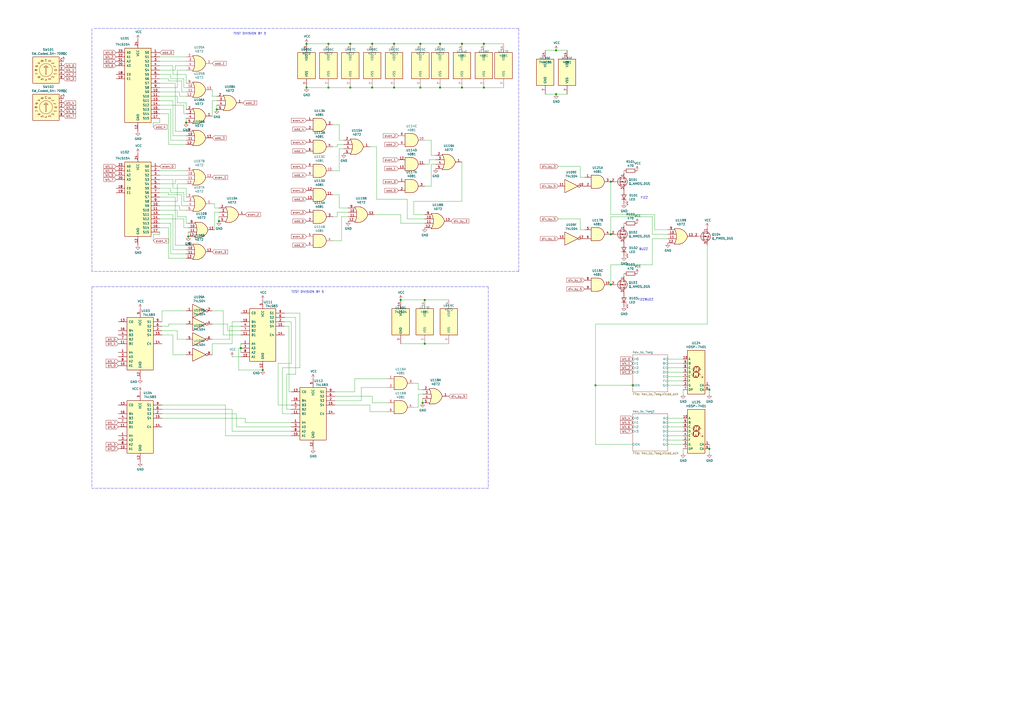
<source format=kicad_sch>
(kicad_sch (version 20210126) (generator eeschema)
  (paper "A2")
  (junction (at 107.95 71.12) (diameter 1.016))
  (junction (at 109.22 137.16) (diameter 1.016))
  (junction (at 125.73 63.5) (diameter 1.016))
  (junction (at 127 128.27) (diameter 1.016))
  (junction (at 139.7 201.93) (diameter 1.016))
  (junction (at 152.4 214.63) (diameter 1.016))
  (junction (at 177.8 25.4) (diameter 1.016))
  (junction (at 177.8 50.8) (diameter 1.016))
  (junction (at 190.5 25.4) (diameter 1.016))
  (junction (at 190.5 50.8) (diameter 1.016))
  (junction (at 203.2 25.4) (diameter 1.016))
  (junction (at 203.2 50.8) (diameter 1.016))
  (junction (at 215.9 25.4) (diameter 1.016))
  (junction (at 215.9 50.8) (diameter 1.016))
  (junction (at 228.6 25.4) (diameter 1.016))
  (junction (at 228.6 50.8) (diameter 1.016))
  (junction (at 232.41 173.99) (diameter 1.016))
  (junction (at 243.84 25.4) (diameter 1.016))
  (junction (at 243.84 50.8) (diameter 1.016))
  (junction (at 245.11 233.68) (diameter 1.016))
  (junction (at 246.38 173.99) (diameter 1.016))
  (junction (at 246.38 199.39) (diameter 1.016))
  (junction (at 255.27 25.4) (diameter 1.016))
  (junction (at 255.27 50.8) (diameter 1.016))
  (junction (at 267.97 25.4) (diameter 1.016))
  (junction (at 267.97 50.8) (diameter 1.016))
  (junction (at 280.67 25.4) (diameter 1.016))
  (junction (at 280.67 50.8) (diameter 1.016))
  (junction (at 322.58 29.21) (diameter 1.016))
  (junction (at 322.58 54.61) (diameter 1.016))
  (junction (at 345.44 223.52) (diameter 1.016))
  (junction (at 354.33 105.41) (diameter 1.016))
  (junction (at 354.33 135.89) (diameter 1.016))
  (junction (at 354.33 165.1) (diameter 1.016))
  (junction (at 367.03 223.52) (diameter 1.016))
  (junction (at 411.48 226.06) (diameter 1.016))
  (junction (at 411.48 260.35) (diameter 1.016))
  (wire (pts (xy 88.9 71.12) (xy 92.71 71.12)))
  (wire (pts (xy 88.9 73.66) (xy 88.9 71.12)))
  (wire (pts (xy 88.9 135.89) (xy 92.71 135.89)))
  (wire (pts (xy 88.9 139.7) (xy 88.9 135.89)))
  (wire (pts (xy 92.71 33.02) (xy 107.95 33.02)))
  (wire (pts (xy 92.71 35.56) (xy 107.95 35.56)))
  (wire (pts (xy 92.71 38.1) (xy 100.33 38.1)))
  (wire (pts (xy 92.71 40.64) (xy 101.6 40.64)))
  (wire (pts (xy 92.71 43.18) (xy 99.06 43.18)))
  (wire (pts (xy 92.71 45.72) (xy 97.79 45.72)))
  (wire (pts (xy 92.71 48.26) (xy 101.6 48.26)))
  (wire (pts (xy 92.71 50.8) (xy 102.87 50.8)))
  (wire (pts (xy 92.71 53.34) (xy 104.14 53.34)))
  (wire (pts (xy 92.71 55.88) (xy 102.87 55.88)))
  (wire (pts (xy 92.71 58.42) (xy 100.33 58.42)))
  (wire (pts (xy 92.71 60.96) (xy 106.68 60.96)))
  (wire (pts (xy 92.71 66.04) (xy 97.79 66.04)))
  (wire (pts (xy 92.71 71.12) (xy 92.71 68.58)))
  (wire (pts (xy 92.71 99.06) (xy 107.95 99.06)))
  (wire (pts (xy 92.71 101.6) (xy 107.95 101.6)))
  (wire (pts (xy 92.71 104.14) (xy 100.33 104.14)))
  (wire (pts (xy 92.71 106.68) (xy 101.6 106.68)))
  (wire (pts (xy 92.71 109.22) (xy 99.06 109.22)))
  (wire (pts (xy 92.71 111.76) (xy 97.79 111.76)))
  (wire (pts (xy 92.71 114.3) (xy 101.6 114.3)))
  (wire (pts (xy 92.71 116.84) (xy 102.87 116.84)))
  (wire (pts (xy 92.71 119.38) (xy 104.14 119.38)))
  (wire (pts (xy 92.71 121.92) (xy 102.87 121.92)))
  (wire (pts (xy 92.71 124.46) (xy 100.33 124.46)))
  (wire (pts (xy 92.71 127) (xy 106.68 127)))
  (wire (pts (xy 92.71 132.08) (xy 97.79 132.08)))
  (wire (pts (xy 92.71 135.89) (xy 92.71 134.62)))
  (wire (pts (xy 93.98 180.34) (xy 107.95 180.34)))
  (wire (pts (xy 93.98 186.69) (xy 93.98 180.34)))
  (wire (pts (xy 93.98 191.77) (xy 102.87 191.77)))
  (wire (pts (xy 93.98 194.31) (xy 100.33 194.31)))
  (wire (pts (xy 93.98 242.57) (xy 142.24 242.57)))
  (wire (pts (xy 97.79 45.72) (xy 97.79 46.99)))
  (wire (pts (xy 97.79 46.99) (xy 105.41 46.99)))
  (wire (pts (xy 97.79 66.04) (xy 97.79 83.82)))
  (wire (pts (xy 97.79 83.82) (xy 107.95 83.82)))
  (wire (pts (xy 97.79 111.76) (xy 97.79 113.03)))
  (wire (pts (xy 97.79 113.03) (xy 105.41 113.03)))
  (wire (pts (xy 97.79 132.08) (xy 97.79 149.86)))
  (wire (pts (xy 97.79 149.86) (xy 107.95 149.86)))
  (wire (pts (xy 97.79 187.96) (xy 97.79 189.23)))
  (wire (pts (xy 97.79 189.23) (xy 93.98 189.23)))
  (wire (pts (xy 99.06 43.18) (xy 99.06 45.72)))
  (wire (pts (xy 99.06 45.72) (xy 106.68 45.72)))
  (wire (pts (xy 99.06 63.5) (xy 92.71 63.5)))
  (wire (pts (xy 99.06 81.28) (xy 99.06 63.5)))
  (wire (pts (xy 99.06 109.22) (xy 99.06 111.76)))
  (wire (pts (xy 99.06 111.76) (xy 106.68 111.76)))
  (wire (pts (xy 99.06 129.54) (xy 92.71 129.54)))
  (wire (pts (xy 99.06 147.32) (xy 99.06 129.54)))
  (wire (pts (xy 100.33 38.1) (xy 100.33 43.18)))
  (wire (pts (xy 100.33 43.18) (xy 107.95 43.18)))
  (wire (pts (xy 100.33 58.42) (xy 100.33 78.74)))
  (wire (pts (xy 100.33 78.74) (xy 107.95 78.74)))
  (wire (pts (xy 100.33 104.14) (xy 100.33 109.22)))
  (wire (pts (xy 100.33 109.22) (xy 107.95 109.22)))
  (wire (pts (xy 100.33 124.46) (xy 100.33 144.78)))
  (wire (pts (xy 100.33 144.78) (xy 107.95 144.78)))
  (wire (pts (xy 100.33 194.31) (xy 100.33 205.74)))
  (wire (pts (xy 100.33 205.74) (xy 107.95 205.74)))
  (wire (pts (xy 101.6 38.1) (xy 107.95 38.1)))
  (wire (pts (xy 101.6 40.64) (xy 101.6 38.1)))
  (wire (pts (xy 101.6 76.2) (xy 101.6 48.26)))
  (wire (pts (xy 101.6 104.14) (xy 107.95 104.14)))
  (wire (pts (xy 101.6 106.68) (xy 101.6 104.14)))
  (wire (pts (xy 101.6 142.24) (xy 101.6 114.3)))
  (wire (pts (xy 102.87 40.64) (xy 107.95 40.64)))
  (wire (pts (xy 102.87 50.8) (xy 102.87 40.64)))
  (wire (pts (xy 102.87 55.88) (xy 102.87 59.69)))
  (wire (pts (xy 102.87 59.69) (xy 107.95 59.69)))
  (wire (pts (xy 102.87 106.68) (xy 107.95 106.68)))
  (wire (pts (xy 102.87 116.84) (xy 102.87 106.68)))
  (wire (pts (xy 102.87 121.92) (xy 102.87 125.73)))
  (wire (pts (xy 102.87 125.73) (xy 107.95 125.73)))
  (wire (pts (xy 102.87 191.77) (xy 102.87 196.85)))
  (wire (pts (xy 102.87 196.85) (xy 107.95 196.85)))
  (wire (pts (xy 104.14 53.34) (xy 104.14 55.88)))
  (wire (pts (xy 104.14 55.88) (xy 107.95 55.88)))
  (wire (pts (xy 104.14 119.38) (xy 104.14 121.92)))
  (wire (pts (xy 104.14 121.92) (xy 107.95 121.92)))
  (wire (pts (xy 105.41 46.99) (xy 105.41 53.34)))
  (wire (pts (xy 105.41 53.34) (xy 107.95 53.34)))
  (wire (pts (xy 105.41 113.03) (xy 105.41 119.38)))
  (wire (pts (xy 105.41 119.38) (xy 107.95 119.38)))
  (wire (pts (xy 106.68 45.72) (xy 106.68 50.8)))
  (wire (pts (xy 106.68 50.8) (xy 107.95 50.8)))
  (wire (pts (xy 106.68 60.96) (xy 106.68 66.04)))
  (wire (pts (xy 106.68 66.04) (xy 107.95 66.04)))
  (wire (pts (xy 106.68 111.76) (xy 106.68 116.84)))
  (wire (pts (xy 106.68 127) (xy 106.68 132.08)))
  (wire (pts (xy 106.68 132.08) (xy 109.22 132.08)))
  (wire (pts (xy 107.95 43.18) (xy 107.95 48.26)))
  (wire (pts (xy 107.95 59.69) (xy 107.95 63.5)))
  (wire (pts (xy 107.95 68.58) (xy 107.95 71.12)))
  (wire (pts (xy 107.95 76.2) (xy 101.6 76.2)))
  (wire (pts (xy 107.95 81.28) (xy 99.06 81.28)))
  (wire (pts (xy 107.95 109.22) (xy 107.95 114.3)))
  (wire (pts (xy 107.95 116.84) (xy 106.68 116.84)))
  (wire (pts (xy 107.95 125.73) (xy 107.95 129.54)))
  (wire (pts (xy 107.95 129.54) (xy 109.22 129.54)))
  (wire (pts (xy 107.95 142.24) (xy 101.6 142.24)))
  (wire (pts (xy 107.95 147.32) (xy 99.06 147.32)))
  (wire (pts (xy 107.95 187.96) (xy 97.79 187.96)))
  (wire (pts (xy 109.22 134.62) (xy 109.22 137.16)))
  (wire (pts (xy 123.19 55.88) (xy 123.19 52.07)))
  (wire (pts (xy 123.19 58.42) (xy 125.73 58.42)))
  (wire (pts (xy 123.19 67.31) (xy 123.19 58.42)))
  (wire (pts (xy 123.19 187.96) (xy 132.08 187.96)))
  (wire (pts (xy 123.19 199.39) (xy 123.19 205.74)))
  (wire (pts (xy 124.46 118.11) (xy 123.19 118.11)))
  (wire (pts (xy 124.46 120.65) (xy 124.46 118.11)))
  (wire (pts (xy 124.46 123.19) (xy 124.46 133.35)))
  (wire (pts (xy 125.73 55.88) (xy 123.19 55.88)))
  (wire (pts (xy 125.73 60.96) (xy 125.73 63.5)))
  (wire (pts (xy 127 120.65) (xy 124.46 120.65)))
  (wire (pts (xy 127 123.19) (xy 124.46 123.19)))
  (wire (pts (xy 127 125.73) (xy 127 128.27)))
  (wire (pts (xy 129.54 180.34) (xy 123.19 180.34)))
  (wire (pts (xy 129.54 194.31) (xy 129.54 180.34)))
  (wire (pts (xy 130.81 234.95) (xy 93.98 234.95)))
  (wire (pts (xy 130.81 252.73) (xy 130.81 234.95)))
  (wire (pts (xy 132.08 187.96) (xy 132.08 191.77)))
  (wire (pts (xy 132.08 191.77) (xy 139.7 191.77)))
  (wire (pts (xy 133.35 189.23) (xy 133.35 196.85)))
  (wire (pts (xy 133.35 196.85) (xy 123.19 196.85)))
  (wire (pts (xy 134.62 186.69) (xy 134.62 199.39)))
  (wire (pts (xy 134.62 199.39) (xy 123.19 199.39)))
  (wire (pts (xy 134.62 207.01) (xy 139.7 207.01)))
  (wire (pts (xy 134.62 237.49) (xy 93.98 237.49)))
  (wire (pts (xy 134.62 250.19) (xy 134.62 237.49)))
  (wire (pts (xy 137.16 240.03) (xy 93.98 240.03)))
  (wire (pts (xy 137.16 247.65) (xy 137.16 240.03)))
  (wire (pts (xy 138.43 201.93) (xy 139.7 201.93)))
  (wire (pts (xy 138.43 214.63) (xy 138.43 201.93)))
  (wire (pts (xy 139.7 186.69) (xy 134.62 186.69)))
  (wire (pts (xy 139.7 189.23) (xy 133.35 189.23)))
  (wire (pts (xy 139.7 194.31) (xy 129.54 194.31)))
  (wire (pts (xy 139.7 199.39) (xy 139.7 201.93)))
  (wire (pts (xy 139.7 201.93) (xy 139.7 204.47)))
  (wire (pts (xy 142.24 242.57) (xy 142.24 245.11)))
  (wire (pts (xy 142.24 245.11) (xy 168.91 245.11)))
  (wire (pts (xy 152.4 214.63) (xy 138.43 214.63)))
  (wire (pts (xy 161.29 210.82) (xy 168.91 210.82)))
  (wire (pts (xy 161.29 234.95) (xy 161.29 210.82)))
  (wire (pts (xy 163.83 213.36) (xy 173.99 213.36)))
  (wire (pts (xy 163.83 240.03) (xy 163.83 213.36)))
  (wire (pts (xy 165.1 184.15) (xy 171.45 184.15)))
  (wire (pts (xy 166.37 217.17) (xy 166.37 237.49)))
  (wire (pts (xy 166.37 237.49) (xy 168.91 237.49)))
  (wire (pts (xy 167.64 189.23) (xy 165.1 189.23)))
  (wire (pts (xy 167.64 227.33) (xy 167.64 189.23)))
  (wire (pts (xy 168.91 186.69) (xy 165.1 186.69)))
  (wire (pts (xy 168.91 210.82) (xy 168.91 186.69)))
  (wire (pts (xy 168.91 227.33) (xy 167.64 227.33)))
  (wire (pts (xy 168.91 234.95) (xy 161.29 234.95)))
  (wire (pts (xy 168.91 240.03) (xy 163.83 240.03)))
  (wire (pts (xy 168.91 247.65) (xy 137.16 247.65)))
  (wire (pts (xy 168.91 250.19) (xy 134.62 250.19)))
  (wire (pts (xy 168.91 252.73) (xy 130.81 252.73)))
  (wire (pts (xy 171.45 184.15) (xy 171.45 217.17)))
  (wire (pts (xy 171.45 217.17) (xy 166.37 217.17)))
  (wire (pts (xy 173.99 181.61) (xy 165.1 181.61)))
  (wire (pts (xy 173.99 213.36) (xy 173.99 181.61)))
  (wire (pts (xy 177.8 25.4) (xy 190.5 25.4)))
  (wire (pts (xy 177.8 50.8) (xy 190.5 50.8)))
  (wire (pts (xy 190.5 25.4) (xy 203.2 25.4)))
  (wire (pts (xy 190.5 50.8) (xy 203.2 50.8)))
  (wire (pts (xy 193.04 72.39) (xy 196.85 72.39)))
  (wire (pts (xy 193.04 85.09) (xy 195.58 85.09)))
  (wire (pts (xy 193.04 113.03) (xy 196.85 113.03)))
  (wire (pts (xy 194.31 227.33) (xy 205.74 227.33)))
  (wire (pts (xy 194.31 229.87) (xy 215.9 229.87)))
  (wire (pts (xy 194.31 232.41) (xy 209.55 232.41)))
  (wire (pts (xy 194.31 234.95) (xy 214.63 234.95)))
  (wire (pts (xy 195.58 83.82) (xy 195.58 85.09)))
  (wire (pts (xy 195.58 123.19) (xy 195.58 125.73)))
  (wire (pts (xy 195.58 125.73) (xy 193.04 125.73)))
  (wire (pts (xy 196.85 72.39) (xy 196.85 81.28)))
  (wire (pts (xy 196.85 81.28) (xy 199.39 81.28)))
  (wire (pts (xy 196.85 86.36) (xy 196.85 99.06)))
  (wire (pts (xy 196.85 99.06) (xy 193.04 99.06)))
  (wire (pts (xy 196.85 113.03) (xy 196.85 120.65)))
  (wire (pts (xy 196.85 120.65) (xy 201.93 120.65)))
  (wire (pts (xy 198.12 125.73) (xy 198.12 139.7)))
  (wire (pts (xy 198.12 139.7) (xy 193.04 139.7)))
  (wire (pts (xy 199.39 83.82) (xy 195.58 83.82)))
  (wire (pts (xy 199.39 86.36) (xy 196.85 86.36)))
  (wire (pts (xy 201.93 123.19) (xy 195.58 123.19)))
  (wire (pts (xy 201.93 125.73) (xy 198.12 125.73)))
  (wire (pts (xy 203.2 25.4) (xy 215.9 25.4)))
  (wire (pts (xy 203.2 50.8) (xy 215.9 50.8)))
  (wire (pts (xy 205.74 219.71) (xy 224.79 219.71)))
  (wire (pts (xy 205.74 227.33) (xy 205.74 219.71)))
  (wire (pts (xy 209.55 224.79) (xy 224.79 224.79)))
  (wire (pts (xy 209.55 232.41) (xy 209.55 224.79)))
  (wire (pts (xy 214.63 234.95) (xy 214.63 238.76)))
  (wire (pts (xy 214.63 238.76) (xy 224.79 238.76)))
  (wire (pts (xy 215.9 25.4) (xy 228.6 25.4)))
  (wire (pts (xy 215.9 50.8) (xy 228.6 50.8)))
  (wire (pts (xy 215.9 229.87) (xy 215.9 233.68)))
  (wire (pts (xy 215.9 233.68) (xy 224.79 233.68)))
  (wire (pts (xy 218.44 85.09) (xy 214.63 85.09)))
  (wire (pts (xy 218.44 115.57) (xy 218.44 85.09)))
  (wire (pts (xy 228.6 25.4) (xy 243.84 25.4)))
  (wire (pts (xy 228.6 50.8) (xy 243.84 50.8)))
  (wire (pts (xy 232.41 124.46) (xy 217.17 124.46)))
  (wire (pts (xy 232.41 129.54) (xy 232.41 124.46)))
  (wire (pts (xy 232.41 173.99) (xy 246.38 173.99)))
  (wire (pts (xy 232.41 199.39) (xy 246.38 199.39)))
  (wire (pts (xy 236.22 115.57) (xy 218.44 115.57)))
  (wire (pts (xy 236.22 127) (xy 236.22 115.57)))
  (wire (pts (xy 240.03 116.84) (xy 267.97 116.84)))
  (wire (pts (xy 240.03 124.46) (xy 240.03 116.84)))
  (wire (pts (xy 240.03 222.25) (xy 242.57 222.25)))
  (wire (pts (xy 242.57 226.06) (xy 242.57 222.25)))
  (wire (pts (xy 242.57 228.6) (xy 242.57 236.22)))
  (wire (pts (xy 242.57 236.22) (xy 240.03 236.22)))
  (wire (pts (xy 243.84 25.4) (xy 255.27 25.4)))
  (wire (pts (xy 243.84 50.8) (xy 255.27 50.8)))
  (wire (pts (xy 245.11 226.06) (xy 242.57 226.06)))
  (wire (pts (xy 245.11 228.6) (xy 242.57 228.6)))
  (wire (pts (xy 245.11 231.14) (xy 245.11 233.68)))
  (wire (pts (xy 246.38 81.28) (xy 250.19 81.28)))
  (wire (pts (xy 246.38 124.46) (xy 240.03 124.46)))
  (wire (pts (xy 246.38 127) (xy 236.22 127)))
  (wire (pts (xy 246.38 129.54) (xy 232.41 129.54)))
  (wire (pts (xy 246.38 173.99) (xy 260.35 173.99)))
  (wire (pts (xy 246.38 199.39) (xy 260.35 199.39)))
  (wire (pts (xy 248.92 92.71) (xy 248.92 95.25)))
  (wire (pts (xy 248.92 95.25) (xy 246.38 95.25)))
  (wire (pts (xy 250.19 81.28) (xy 250.19 90.17)))
  (wire (pts (xy 250.19 90.17) (xy 252.73 90.17)))
  (wire (pts (xy 250.19 95.25) (xy 250.19 107.95)))
  (wire (pts (xy 250.19 107.95) (xy 246.38 107.95)))
  (wire (pts (xy 252.73 92.71) (xy 248.92 92.71)))
  (wire (pts (xy 252.73 95.25) (xy 250.19 95.25)))
  (wire (pts (xy 255.27 25.4) (xy 267.97 25.4)))
  (wire (pts (xy 255.27 50.8) (xy 267.97 50.8)))
  (wire (pts (xy 267.97 25.4) (xy 280.67 25.4)))
  (wire (pts (xy 267.97 50.8) (xy 280.67 50.8)))
  (wire (pts (xy 267.97 116.84) (xy 267.97 93.98)))
  (wire (pts (xy 280.67 25.4) (xy 292.1 25.4)))
  (wire (pts (xy 280.67 50.8) (xy 292.1 50.8)))
  (wire (pts (xy 316.23 29.21) (xy 322.58 29.21)))
  (wire (pts (xy 316.23 54.61) (xy 322.58 54.61)))
  (wire (pts (xy 322.58 29.21) (xy 328.93 29.21)))
  (wire (pts (xy 322.58 54.61) (xy 328.93 54.61)))
  (wire (pts (xy 323.85 96.52) (xy 336.55 96.52)))
  (wire (pts (xy 323.85 127) (xy 336.55 127)))
  (wire (pts (xy 336.55 96.52) (xy 336.55 102.87)))
  (wire (pts (xy 336.55 102.87) (xy 339.09 102.87)))
  (wire (pts (xy 336.55 127) (xy 336.55 133.35)))
  (wire (pts (xy 336.55 133.35) (xy 339.09 133.35)))
  (wire (pts (xy 345.44 187.96) (xy 410.21 187.96)))
  (wire (pts (xy 345.44 223.52) (xy 345.44 187.96)))
  (wire (pts (xy 345.44 257.81) (xy 345.44 223.52)))
  (wire (pts (xy 354.33 124.46) (xy 354.33 105.41)))
  (wire (pts (xy 354.33 125.73) (xy 354.33 135.89)))
  (wire (pts (xy 354.33 153.67) (xy 354.33 165.1)))
  (wire (pts (xy 361.95 99.06) (xy 361.95 100.33)))
  (wire (pts (xy 361.95 129.54) (xy 361.95 130.81)))
  (wire (pts (xy 361.95 158.75) (xy 361.95 160.02)))
  (wire (pts (xy 367.03 223.52) (xy 345.44 223.52)))
  (wire (pts (xy 367.03 257.81) (xy 345.44 257.81)))
  (wire (pts (xy 367.665 223.52) (xy 367.03 223.52)))
  (wire (pts (xy 378.46 125.73) (xy 354.33 125.73)))
  (wire (pts (xy 378.46 135.89) (xy 378.46 125.73)))
  (wire (pts (xy 378.46 138.43) (xy 378.46 153.67)))
  (wire (pts (xy 378.46 153.67) (xy 354.33 153.67)))
  (wire (pts (xy 379.73 124.46) (xy 354.33 124.46)))
  (wire (pts (xy 379.73 133.35) (xy 379.73 124.46)))
  (wire (pts (xy 387.35 133.35) (xy 379.73 133.35)))
  (wire (pts (xy 387.35 135.89) (xy 378.46 135.89)))
  (wire (pts (xy 387.35 138.43) (xy 378.46 138.43)))
  (wire (pts (xy 387.35 208.28) (xy 396.24 208.28)))
  (wire (pts (xy 387.35 210.82) (xy 396.24 210.82)))
  (wire (pts (xy 387.35 213.36) (xy 396.24 213.36)))
  (wire (pts (xy 387.35 215.9) (xy 396.24 215.9)))
  (wire (pts (xy 387.35 218.44) (xy 396.24 218.44)))
  (wire (pts (xy 387.35 220.98) (xy 396.24 220.98)))
  (wire (pts (xy 387.35 223.52) (xy 396.24 223.52)))
  (wire (pts (xy 387.35 242.57) (xy 396.24 242.57)))
  (wire (pts (xy 387.35 245.11) (xy 396.24 245.11)))
  (wire (pts (xy 387.35 247.65) (xy 396.24 247.65)))
  (wire (pts (xy 387.35 250.19) (xy 396.24 250.19)))
  (wire (pts (xy 387.35 252.73) (xy 396.24 252.73)))
  (wire (pts (xy 387.35 255.27) (xy 396.24 255.27)))
  (wire (pts (xy 387.35 257.81) (xy 396.24 257.81)))
  (wire (pts (xy 396.24 226.06) (xy 396.24 228.6)))
  (wire (pts (xy 396.24 260.35) (xy 396.24 262.89)))
  (wire (pts (xy 410.21 187.96) (xy 410.21 142.24)))
  (wire (pts (xy 411.48 223.52) (xy 411.48 226.06)))
  (wire (pts (xy 411.48 226.06) (xy 411.48 228.6)))
  (wire (pts (xy 411.48 257.81) (xy 411.48 260.35)))
  (wire (pts (xy 411.48 260.35) (xy 411.48 262.89)))
  (polyline (pts (xy 53.34 16.51) (xy 53.34 157.48)) (stroke (width 0) (type dash)))
  (polyline (pts (xy 53.34 166.37) (xy 53.34 283.21)) (stroke (width 0) (type dash)))
  (polyline (pts (xy 53.34 166.37) (xy 283.21 166.37)) (stroke (width 0) (type dash)))
  (polyline (pts (xy 54.61 16.51) (xy 300.99 16.51)) (stroke (width 0) (type dash)))
  (polyline (pts (xy 283.21 166.37) (xy 283.21 283.21)) (stroke (width 0) (type dash)))
  (polyline (pts (xy 283.21 283.21) (xy 53.34 283.21)) (stroke (width 0) (type dash)))
  (polyline (pts (xy 300.99 16.51) (xy 300.99 157.48)) (stroke (width 0) (type dash)))
  (polyline (pts (xy 300.99 157.48) (xy 53.34 157.48)) (stroke (width 0) (type dash)))
  (text "TEST DIVISION BY 3" (at 154.305 20.32 180) (effects (font (size 1.27 1.27)) (justify right bottom)))
  (text "TEST DIVISION BY 5\n" (at 187.96 170.18 180) (effects (font (size 1.27 1.27)) (justify right bottom)))
  (text "FIZZ\n" (at 375.92 115.57 180) (effects (font (size 1.27 1.27)) (justify right bottom)))
  (text "BUZZ" (at 375.92 145.415 180) (effects (font (size 1.27 1.27)) (justify right bottom)))
  (text "FIZZBUZZ\n" (at 379.095 174.625 180) (effects (font (size 1.27 1.27)) (justify right bottom)))
  (global_label "bit_0" (shape input) (at 36.83 38.1 0) (property "Intersheet References" "${INTERSHEET_REFS}" (effects hide)))
  (global_label "bit_1" (shape input) (at 36.83 40.64 0) (property "Intersheet References" "${INTERSHEET_REFS}" (effects hide)))
  (global_label "bit_2" (shape input) (at 36.83 43.18 0) (property "Intersheet References" "${INTERSHEET_REFS}" (effects hide)))
  (global_label "bit_3" (shape input) (at 36.83 45.72 0) (property "Intersheet References" "${INTERSHEET_REFS}" (effects hide)))
  (global_label "bit_4" (shape input) (at 36.83 59.69 0) (property "Intersheet References" "${INTERSHEET_REFS}" (effects hide)))
  (global_label "bit_5" (shape input) (at 36.83 62.23 0) (property "Intersheet References" "${INTERSHEET_REFS}" (effects hide)))
  (global_label "bit_6" (shape input) (at 36.83 64.77 0) (property "Intersheet References" "${INTERSHEET_REFS}" (effects hide)))
  (global_label "bit_7" (shape input) (at 36.83 67.31 0) (property "Intersheet References" "${INTERSHEET_REFS}" (effects hide)))
  (global_label "bit_0" (shape input) (at 67.31 30.48 180) (property "Intersheet References" "${INTERSHEET_REFS}" (effects hide)))
  (global_label "bit_2" (shape input) (at 67.31 33.02 180) (property "Intersheet References" "${INTERSHEET_REFS}" (effects hide)))
  (global_label "bit_4" (shape input) (at 67.31 35.56 180) (property "Intersheet References" "${INTERSHEET_REFS}" (effects hide)))
  (global_label "bit_6" (shape input) (at 67.31 38.1 180) (property "Intersheet References" "${INTERSHEET_REFS}" (effects hide)))
  (global_label "bit_1" (shape input) (at 67.31 96.52 180) (property "Intersheet References" "${INTERSHEET_REFS}" (effects hide)))
  (global_label "bit_3" (shape input) (at 67.31 99.06 180) (property "Intersheet References" "${INTERSHEET_REFS}" (effects hide)))
  (global_label "bit_5" (shape input) (at 67.31 101.6 180) (property "Intersheet References" "${INTERSHEET_REFS}" (effects hide)))
  (global_label "bit_7" (shape input) (at 67.31 104.14 180) (property "Intersheet References" "${INTERSHEET_REFS}" (effects hide)))
  (global_label "bit_5" (shape input) (at 68.58 196.85 180) (property "Intersheet References" "${INTERSHEET_REFS}" (effects hide)))
  (global_label "bit_4" (shape input) (at 68.58 199.39 180) (property "Intersheet References" "${INTERSHEET_REFS}" (effects hide)))
  (global_label "bit_1" (shape input) (at 68.58 209.55 180) (property "Intersheet References" "${INTERSHEET_REFS}" (effects hide)))
  (global_label "bit_0" (shape input) (at 68.58 212.09 180) (property "Intersheet References" "${INTERSHEET_REFS}" (effects hide)))
  (global_label "bit_7" (shape input) (at 68.58 245.11 180) (property "Intersheet References" "${INTERSHEET_REFS}" (effects hide)))
  (global_label "bit_6" (shape input) (at 68.58 247.65 180) (property "Intersheet References" "${INTERSHEET_REFS}" (effects hide)))
  (global_label "bit_3" (shape input) (at 68.58 257.81 180) (property "Intersheet References" "${INTERSHEET_REFS}" (effects hide)))
  (global_label "bit_2" (shape input) (at 68.58 260.35 180) (property "Intersheet References" "${INTERSHEET_REFS}" (effects hide)))
  (global_label "odd_4" (shape input) (at 88.9 73.66 0) (property "Intersheet References" "${INTERSHEET_REFS}" (effects hide)))
  (global_label "even_4" (shape input) (at 88.9 139.7 0) (property "Intersheet References" "${INTERSHEET_REFS}" (effects hide)))
  (global_label "odd_0" (shape input) (at 92.71 30.48 0) (property "Intersheet References" "${INTERSHEET_REFS}" (effects hide)))
  (global_label "even_0" (shape input) (at 92.71 96.52 0) (property "Intersheet References" "${INTERSHEET_REFS}" (effects hide)))
  (global_label "odd_1" (shape input) (at 123.19 36.83 0) (property "Intersheet References" "${INTERSHEET_REFS}" (effects hide)))
  (global_label "odd_3" (shape input) (at 123.19 80.01 0) (property "Intersheet References" "${INTERSHEET_REFS}" (effects hide)))
  (global_label "even_1" (shape input) (at 123.19 102.87 0) (property "Intersheet References" "${INTERSHEET_REFS}" (effects hide)))
  (global_label "even_3" (shape input) (at 123.19 146.05 0) (property "Intersheet References" "${INTERSHEET_REFS}" (effects hide)))
  (global_label "odd_2" (shape input) (at 140.97 59.69 0) (property "Intersheet References" "${INTERSHEET_REFS}" (effects hide)))
  (global_label "even_2" (shape input) (at 142.24 124.46 0) (property "Intersheet References" "${INTERSHEET_REFS}" (effects hide)))
  (global_label "even_4" (shape input) (at 177.8 69.85 180) (property "Intersheet References" "${INTERSHEET_REFS}" (effects hide)))
  (global_label "odd_4" (shape input) (at 177.8 74.93 180) (property "Intersheet References" "${INTERSHEET_REFS}" (effects hide)))
  (global_label "even_4" (shape input) (at 177.8 82.55 180) (property "Intersheet References" "${INTERSHEET_REFS}" (effects hide)))
  (global_label "odd_1" (shape input) (at 177.8 87.63 180) (property "Intersheet References" "${INTERSHEET_REFS}" (effects hide)))
  (global_label "even_1" (shape input) (at 177.8 96.52 180) (property "Intersheet References" "${INTERSHEET_REFS}" (effects hide)))
  (global_label "odd_4" (shape input) (at 177.8 101.6 180) (property "Intersheet References" "${INTERSHEET_REFS}" (effects hide)))
  (global_label "even_3" (shape input) (at 177.8 110.49 180) (property "Intersheet References" "${INTERSHEET_REFS}" (effects hide)))
  (global_label "odd_3" (shape input) (at 177.8 115.57 180) (property "Intersheet References" "${INTERSHEET_REFS}" (effects hide)))
  (global_label "even_3" (shape input) (at 177.8 123.19 180) (property "Intersheet References" "${INTERSHEET_REFS}" (effects hide)))
  (global_label "odd_0" (shape input) (at 177.8 128.27 180) (property "Intersheet References" "${INTERSHEET_REFS}" (effects hide)))
  (global_label "even_0" (shape input) (at 177.8 137.16 180) (property "Intersheet References" "${INTERSHEET_REFS}" (effects hide)))
  (global_label "odd_3" (shape input) (at 177.8 142.24 180) (property "Intersheet References" "${INTERSHEET_REFS}" (effects hide)))
  (global_label "even_2" (shape input) (at 231.14 78.74 180) (property "Intersheet References" "${INTERSHEET_REFS}" (effects hide)))
  (global_label "odd_2" (shape input) (at 231.14 83.82 180) (property "Intersheet References" "${INTERSHEET_REFS}" (effects hide)))
  (global_label "even_1" (shape input) (at 231.14 92.71 180) (property "Intersheet References" "${INTERSHEET_REFS}" (effects hide)))
  (global_label "odd_1" (shape input) (at 231.14 97.79 180) (property "Intersheet References" "${INTERSHEET_REFS}" (effects hide)))
  (global_label "even_0" (shape input) (at 231.14 105.41 180) (property "Intersheet References" "${INTERSHEET_REFS}" (effects hide)))
  (global_label "odd_0" (shape input) (at 231.14 110.49 180) (property "Intersheet References" "${INTERSHEET_REFS}" (effects hide)))
  (global_label "div_by_5" (shape input) (at 260.35 229.87 0) (property "Intersheet References" "${INTERSHEET_REFS}" (effects hide)))
  (global_label "div_by_3" (shape input) (at 261.62 128.27 0) (property "Intersheet References" "${INTERSHEET_REFS}" (effects hide)))
  (global_label "div_by_3" (shape input) (at 323.85 96.52 180) (property "Intersheet References" "${INTERSHEET_REFS}" (effects hide)))
  (global_label "div_by_5" (shape input) (at 323.85 107.95 180) (property "Intersheet References" "${INTERSHEET_REFS}" (effects hide)))
  (global_label "div_by_5" (shape input) (at 323.85 127 180) (property "Intersheet References" "${INTERSHEET_REFS}" (effects hide)))
  (global_label "div_by_3" (shape input) (at 323.85 138.43 180) (property "Intersheet References" "${INTERSHEET_REFS}" (effects hide)))
  (global_label "div_by_3" (shape input) (at 339.09 162.56 180) (property "Intersheet References" "${INTERSHEET_REFS}" (effects hide)))
  (global_label "div_by_5" (shape input) (at 339.09 167.64 180) (property "Intersheet References" "${INTERSHEET_REFS}" (effects hide)))
  (global_label "bit_0" (shape input) (at 367.03 208.28 180) (property "Intersheet References" "${INTERSHEET_REFS}" (effects hide)))
  (global_label "bit_1" (shape input) (at 367.03 210.82 180) (property "Intersheet References" "${INTERSHEET_REFS}" (effects hide)))
  (global_label "bit_2" (shape input) (at 367.03 213.36 180) (property "Intersheet References" "${INTERSHEET_REFS}" (effects hide)))
  (global_label "bit_3" (shape input) (at 367.03 215.9 180) (property "Intersheet References" "${INTERSHEET_REFS}" (effects hide)))
  (global_label "bit_4" (shape input) (at 367.03 242.57 180) (property "Intersheet References" "${INTERSHEET_REFS}" (effects hide)))
  (global_label "bit_5" (shape input) (at 367.03 245.11 180) (property "Intersheet References" "${INTERSHEET_REFS}" (effects hide)))
  (global_label "bit_6" (shape input) (at 367.03 247.65 180) (property "Intersheet References" "${INTERSHEET_REFS}" (effects hide)))
  (global_label "bit_7" (shape input) (at 367.03 250.19 180) (property "Intersheet References" "${INTERSHEET_REFS}" (effects hide)))
  (symbol (lib_id "power:VCC") (at 36.83 35.56 0) (unit 1)
    (property "Reference" "#PWR0101" (effects hide))
    (property "Value" "VCC" (at 37.1983 31.2356 0))
  )
  (symbol (lib_id "power:VCC") (at 36.83 57.15 0) (unit 1)
    (property "Reference" "#PWR0102" (effects hide))
    (property "Value" "VCC" (at 37.1983 52.8256 0))
  )
  (symbol (lib_id "power:VCC") (at 80.01 22.86 0) (unit 1)
    (property "Reference" "#PWR0103" (effects hide))
    (property "Value" "VCC" (at 80.3783 18.5356 0))
  )
  (symbol (lib_id "power:VCC") (at 80.01 88.9 0) (unit 1)
    (property "Reference" "#PWR0105" (effects hide))
    (property "Value" "VCC" (at 80.3783 84.5756 0))
  )
  (symbol (lib_id "power:VCC") (at 81.28 179.07 0) (unit 1)
    (property "Reference" "#PWR0107" (effects hide))
    (property "Value" "VCC" (at 81.6483 174.7456 0))
  )
  (symbol (lib_id "power:VCC") (at 81.28 227.33 0) (unit 1)
    (property "Reference" "#PWR0109" (effects hide))
    (property "Value" "VCC" (at 78.4733 225.5456 0))
  )
  (symbol (lib_id "power:VCC") (at 134.62 207.01 0) (unit 1)
    (property "Reference" "#PWR0115" (effects hide))
    (property "Value" "VCC" (at 134.9883 202.6856 0))
  )
  (symbol (lib_id "power:VCC") (at 152.4 173.99 0) (unit 1)
    (property "Reference" "#PWR0116" (effects hide))
    (property "Value" "VCC" (at 152.7683 169.6656 0))
  )
  (symbol (lib_id "power:VCC") (at 177.8 25.4 0) (unit 1)
    (property "Reference" "#PWR0118" (effects hide))
    (property "Value" "VCC" (at 178.1683 21.0756 0))
  )
  (symbol (lib_id "power:VCC") (at 181.61 219.71 0) (unit 1)
    (property "Reference" "#PWR0120" (effects hide))
    (property "Value" "VCC" (at 181.9783 215.3856 0))
  )
  (symbol (lib_id "power:VCC") (at 232.41 173.99 0) (unit 1)
    (property "Reference" "#PWR0124" (effects hide))
    (property "Value" "VCC" (at 232.7783 169.6656 0))
  )
  (symbol (lib_id "power:VCC") (at 322.58 29.21 0) (unit 1)
    (property "Reference" "#PWR0128" (effects hide))
    (property "Value" "VCC" (at 322.9483 24.8856 0))
  )
  (symbol (lib_id "power:VCC") (at 369.57 99.06 0) (unit 1)
    (property "Reference" "#PWR0133" (effects hide))
    (property "Value" "VCC" (at 369.9383 94.7356 0))
  )
  (symbol (lib_id "power:VCC") (at 369.57 129.54 0) (unit 1)
    (property "Reference" "#PWR0134" (effects hide))
    (property "Value" "VCC" (at 369.9383 125.2156 0))
  )
  (symbol (lib_id "power:VCC") (at 369.57 158.75 0) (unit 1)
    (property "Reference" "#PWR0135" (effects hide))
    (property "Value" "VCC" (at 369.9383 154.4256 0))
  )
  (symbol (lib_id "power:VCC") (at 410.21 132.08 0) (unit 1)
    (property "Reference" "#PWR0139" (effects hide))
    (property "Value" "VCC" (at 410.5783 127.7556 0))
  )
  (symbol (lib_id "power:GND") (at 80.01 76.2 0) (unit 1)
    (property "Reference" "#PWR0104" (effects hide))
    (property "Value" "GND" (at 80.1243 80.5244 0))
  )
  (symbol (lib_id "power:GND") (at 80.01 142.24 0) (unit 1)
    (property "Reference" "#PWR0106" (effects hide))
    (property "Value" "GND" (at 80.1243 146.5644 0))
  )
  (symbol (lib_id "power:GND") (at 81.28 219.71 0) (unit 1)
    (property "Reference" "#PWR0108" (effects hide))
    (property "Value" "GND" (at 77.5843 221.4944 0))
  )
  (symbol (lib_id "power:GND") (at 81.28 267.97 0) (unit 1)
    (property "Reference" "#PWR0110" (effects hide))
    (property "Value" "GND" (at 81.3943 272.2944 0))
  )
  (symbol (lib_id "power:GND") (at 107.95 71.12 0) (unit 1)
    (property "Reference" "#PWR0111" (effects hide))
    (property "Value" "GND" (at 108.0643 75.4444 0))
  )
  (symbol (lib_id "power:GND") (at 109.22 137.16 0) (unit 1)
    (property "Reference" "#PWR0112" (effects hide))
    (property "Value" "GND" (at 109.3343 141.4844 0))
  )
  (symbol (lib_id "power:GND") (at 125.73 63.5 0) (unit 1)
    (property "Reference" "#PWR0113" (effects hide))
    (property "Value" "GND" (at 125.8443 67.8244 0))
  )
  (symbol (lib_id "power:GND") (at 127 128.27 0) (unit 1)
    (property "Reference" "#PWR0114" (effects hide))
    (property "Value" "GND" (at 127.1143 132.5944 0))
  )
  (symbol (lib_id "power:GND") (at 152.4 214.63 0) (unit 1)
    (property "Reference" "#PWR0117" (effects hide))
    (property "Value" "GND" (at 148.7043 216.4144 0))
  )
  (symbol (lib_id "power:GND") (at 177.8 50.8 0) (unit 1)
    (property "Reference" "#PWR0119" (effects hide))
    (property "Value" "GND" (at 177.9143 55.1244 0))
  )
  (symbol (lib_id "power:GND") (at 181.61 260.35 0) (unit 1)
    (property "Reference" "#PWR0121" (effects hide))
    (property "Value" "GND" (at 181.7243 264.6744 0))
  )
  (symbol (lib_id "power:GND") (at 199.39 88.9 0) (unit 1)
    (property "Reference" "#PWR0122" (effects hide))
    (property "Value" "GND" (at 199.5043 93.2244 0))
  )
  (symbol (lib_id "power:GND") (at 201.93 128.27 0) (unit 1)
    (property "Reference" "#PWR0123" (effects hide))
    (property "Value" "GND" (at 202.0443 132.5944 0))
  )
  (symbol (lib_id "power:GND") (at 245.11 233.68 0) (unit 1)
    (property "Reference" "#PWR0125" (effects hide))
    (property "Value" "GND" (at 245.2243 238.0044 0))
  )
  (symbol (lib_id "power:GND") (at 246.38 132.08 0) (unit 1)
    (property "Reference" "#PWR0126" (effects hide))
    (property "Value" "GND" (at 246.4943 136.4044 0))
  )
  (symbol (lib_id "power:GND") (at 252.73 97.79 0) (unit 1)
    (property "Reference" "#PWR0127" (effects hide))
    (property "Value" "GND" (at 252.8443 102.1144 0))
  )
  (symbol (lib_id "power:GND") (at 322.58 54.61 0) (unit 1)
    (property "Reference" "#PWR0129" (effects hide))
    (property "Value" "GND" (at 322.6943 58.9344 0))
  )
  (symbol (lib_id "power:GND") (at 361.95 118.11 0) (unit 1)
    (property "Reference" "#PWR0130" (effects hide))
    (property "Value" "GND" (at 362.0643 122.4344 0))
  )
  (symbol (lib_id "power:GND") (at 361.95 148.59 0) (unit 1)
    (property "Reference" "#PWR0131" (effects hide))
    (property "Value" "GND" (at 362.0643 152.9144 0))
  )
  (symbol (lib_id "power:GND") (at 361.95 177.8 0) (unit 1)
    (property "Reference" "#PWR0132" (effects hide))
    (property "Value" "GND" (at 362.0643 182.1244 0))
  )
  (symbol (lib_id "power:GND") (at 387.35 140.97 0) (unit 1)
    (property "Reference" "#PWR0136" (effects hide))
    (property "Value" "GND" (at 387.4643 145.2944 0))
  )
  (symbol (lib_id "power:GND") (at 396.24 228.6 0) (unit 1)
    (property "Reference" "#PWR0137" (effects hide))
    (property "Value" "GND" (at 396.3543 232.9244 0))
  )
  (symbol (lib_id "power:GND") (at 396.24 262.89 0) (unit 1)
    (property "Reference" "#PWR0138" (effects hide))
    (property "Value" "GND" (at 396.3543 267.2144 0))
  )
  (symbol (lib_id "power:GND") (at 411.48 228.6 0) (unit 1)
    (property "Reference" "#PWR0140" (effects hide))
    (property "Value" "GND" (at 411.5943 232.9244 0))
  )
  (symbol (lib_id "power:GND") (at 411.48 262.89 0) (unit 1)
    (property "Reference" "#PWR0141" (effects hide))
    (property "Value" "GND" (at 411.5943 267.2144 0))
  )
  (symbol (lib_id "Device:R") (at 365.76 99.06 90) (unit 1)
    (property "Reference" "R101" (at 365.76 93.8338 90))
    (property "Value" "470" (at 365.76 96.1325 90))
    (property "Footprint" "Resistor_THT:R_Axial_DIN0204_L3.6mm_D1.6mm_P5.08mm_Horizontal" (effects hide))
  )
  (symbol (lib_id "Device:R") (at 365.76 129.54 90) (unit 1)
    (property "Reference" "R102" (at 365.76 124.3138 90))
    (property "Value" "470" (at 365.76 126.6125 90))
    (property "Footprint" "Resistor_THT:R_Axial_DIN0204_L3.6mm_D1.6mm_P5.08mm_Horizontal" (effects hide))
  )
  (symbol (lib_id "Device:R") (at 365.76 158.75 90) (unit 1)
    (property "Reference" "R103" (at 365.76 153.5238 90))
    (property "Value" "470" (at 365.76 155.8225 90))
    (property "Footprint" "Resistor_THT:R_Axial_DIN0204_L3.6mm_D1.6mm_P5.08mm_Horizontal" (effects hide))
  )
  (symbol (lib_id "Device:LED") (at 361.95 114.3 90) (unit 1)
    (property "Reference" "D101" (at 364.8711 113.3411 90) (effects (justify right)))
    (property "Value" "LED" (at 364.8711 115.6398 90) (effects (justify right)))
    (property "Footprint" "LED_THT:LED_D3.0mm" (effects hide))
  )
  (symbol (lib_id "Device:LED") (at 361.95 144.78 90) (unit 1)
    (property "Reference" "D102" (at 364.8711 143.8211 90) (effects (justify right)))
    (property "Value" "LED" (at 364.8711 146.1198 90) (effects (justify right)))
    (property "Footprint" "LED_THT:LED_D3.0mm" (effects hide))
  )
  (symbol (lib_id "Device:LED") (at 361.95 173.99 90) (unit 1)
    (property "Reference" "D103" (at 364.8711 173.0311 90) (effects (justify right)))
    (property "Value" "LED" (at 364.8711 175.3298 90) (effects (justify right)))
    (property "Footprint" "LED_THT:LED_D3.0mm" (effects hide))
  )
  (symbol (lib_id "Device:Q_NMOS_DGS") (at 359.41 105.41 0) (unit 1)
    (property "Reference" "Q101" (at 364.6171 104.2606 0) (effects (justify left)))
    (property "Value" "Q_NMOS_DGS" (at 364.6171 106.5593 0) (effects (justify left)))
    (property "Footprint" "Package_TO_SOT_THT:TO-92_Inline" (effects hide))
  )
  (symbol (lib_id "Device:Q_NMOS_DGS") (at 359.41 135.89 0) (unit 1)
    (property "Reference" "Q102" (at 364.6171 134.7406 0) (effects (justify left)))
    (property "Value" "Q_NMOS_DGS" (at 364.6171 137.0393 0) (effects (justify left)))
    (property "Footprint" "Package_TO_SOT_THT:TO-92_Inline" (effects hide))
  )
  (symbol (lib_id "Device:Q_NMOS_DGS") (at 359.41 165.1 0) (unit 1)
    (property "Reference" "Q103" (at 364.6171 163.9506 0) (effects (justify left)))
    (property "Value" "Q_NMOS_DGS" (at 364.6171 166.2493 0) (effects (justify left)))
    (property "Footprint" "Package_TO_SOT_THT:TO-92_Inline" (effects hide))
  )
  (symbol (lib_id "Device:Q_PMOS_DGS") (at 407.67 137.16 0) (unit 1)
    (property "Reference" "Q104" (at 412.8771 136.0106 0) (effects (justify left)))
    (property "Value" "Q_PMOS_DGS" (at 412.8771 138.3093 0) (effects (justify left)))
    (property "Footprint" "Package_TO_SOT_THT:TO-92_Inline" (effects hide))
  )
  (symbol (lib_id "74xx:74LS04") (at 115.57 180.34 0) (unit 1)
    (property "Reference" "U109" (at 115.57 172.3198 0))
    (property "Value" "74LS04" (at 115.57 174.6185 0))
    (property "Footprint" "Package_DIP:DIP-14_W7.62mm_Socket" (effects hide))
    (property "Datasheet" "http://www.ti.com/lit/gpn/sn74LS04" (effects hide))
  )
  (symbol (lib_id "74xx:74LS04") (at 115.57 187.96 0) (unit 2)
    (property "Reference" "U109" (at 115.57 179.9398 0))
    (property "Value" "74LS04" (at 115.57 182.2385 0))
    (property "Footprint" "Package_DIP:DIP-14_W7.62mm_Socket" (effects hide))
    (property "Datasheet" "http://www.ti.com/lit/gpn/sn74LS04" (effects hide))
  )
  (symbol (lib_id "74xx:74LS04") (at 115.57 196.85 0) (unit 3)
    (property "Reference" "U109" (at 115.57 188.8298 0))
    (property "Value" "74LS04" (at 115.57 191.1285 0))
    (property "Footprint" "Package_DIP:DIP-14_W7.62mm_Socket" (effects hide))
    (property "Datasheet" "http://www.ti.com/lit/gpn/sn74LS04" (effects hide))
  )
  (symbol (lib_id "74xx:74LS04") (at 115.57 205.74 0) (unit 4)
    (property "Reference" "U109" (at 115.57 197.7198 0))
    (property "Value" "74LS04" (at 115.57 200.0185 0))
    (property "Footprint" "Package_DIP:DIP-14_W7.62mm_Socket" (effects hide))
    (property "Datasheet" "http://www.ti.com/lit/gpn/sn74LS04" (effects hide))
  )
  (symbol (lib_id "74xx:74LS04") (at 331.47 107.95 0) (unit 5)
    (property "Reference" "U109" (at 331.47 99.9298 0))
    (property "Value" "74LS04" (at 331.47 102.2285 0))
    (property "Footprint" "Package_DIP:DIP-14_W7.62mm_Socket" (effects hide))
    (property "Datasheet" "http://www.ti.com/lit/gpn/sn74LS04" (effects hide))
  )
  (symbol (lib_id "74xx:74LS04") (at 331.47 138.43 0) (unit 6)
    (property "Reference" "U109" (at 331.47 130.4098 0))
    (property "Value" "74LS04" (at 331.47 132.7085 0))
    (property "Footprint" "Package_DIP:DIP-14_W7.62mm_Socket" (effects hide))
    (property "Datasheet" "http://www.ti.com/lit/gpn/sn74LS04" (effects hide))
  )
  (symbol (lib_id "4xxx:4081") (at 185.42 72.39 0) (unit 1)
    (property "Reference" "U113" (at 185.42 64.2682 0))
    (property "Value" "4081" (at 185.42 66.5669 0))
    (property "Footprint" "Package_DIP:DIP-14_W7.62mm_Socket" (effects hide))
    (property "Datasheet" "http://www.intersil.com/content/dam/Intersil/documents/cd40/cd4073bms-81bms-82bms.pdf" (effects hide))
  )
  (symbol (lib_id "4xxx:4081") (at 185.42 85.09 0) (unit 2)
    (property "Reference" "U113" (at 185.42 76.9682 0))
    (property "Value" "4081" (at 185.42 79.2669 0))
    (property "Footprint" "Package_DIP:DIP-14_W7.62mm_Socket" (effects hide))
    (property "Datasheet" "http://www.intersil.com/content/dam/Intersil/documents/cd40/cd4073bms-81bms-82bms.pdf" (effects hide))
  )
  (symbol (lib_id "4xxx:4081") (at 185.42 99.06 0) (unit 3)
    (property "Reference" "U113" (at 185.42 90.9382 0))
    (property "Value" "4081" (at 185.42 93.2369 0))
    (property "Footprint" "Package_DIP:DIP-14_W7.62mm_Socket" (effects hide))
    (property "Datasheet" "http://www.intersil.com/content/dam/Intersil/documents/cd40/cd4073bms-81bms-82bms.pdf" (effects hide))
  )
  (symbol (lib_id "4xxx:4081") (at 185.42 113.03 0) (unit 4)
    (property "Reference" "U113" (at 185.42 104.9082 0))
    (property "Value" "4081" (at 185.42 107.2069 0))
    (property "Footprint" "Package_DIP:DIP-14_W7.62mm_Socket" (effects hide))
    (property "Datasheet" "http://www.intersil.com/content/dam/Intersil/documents/cd40/cd4073bms-81bms-82bms.pdf" (effects hide))
  )
  (symbol (lib_id "4xxx:4081") (at 185.42 125.73 0) (unit 1)
    (property "Reference" "U114" (at 185.42 117.6082 0))
    (property "Value" "4081" (at 185.42 119.9069 0))
    (property "Footprint" "Package_DIP:DIP-14_W7.62mm_Socket" (effects hide))
    (property "Datasheet" "http://www.intersil.com/content/dam/Intersil/documents/cd40/cd4073bms-81bms-82bms.pdf" (effects hide))
  )
  (symbol (lib_id "4xxx:4081") (at 185.42 139.7 0) (unit 2)
    (property "Reference" "U114" (at 185.42 131.5782 0))
    (property "Value" "4081" (at 185.42 133.8769 0))
    (property "Footprint" "Package_DIP:DIP-14_W7.62mm_Socket" (effects hide))
    (property "Datasheet" "http://www.intersil.com/content/dam/Intersil/documents/cd40/cd4073bms-81bms-82bms.pdf" (effects hide))
  )
  (symbol (lib_id "4xxx:4081") (at 232.41 222.25 0) (unit 1)
    (property "Reference" "U116" (at 232.41 214.1282 0))
    (property "Value" "4081" (at 232.41 216.4269 0))
    (property "Footprint" "Package_DIP:DIP-14_W7.62mm_Socket" (effects hide))
    (property "Datasheet" "http://www.intersil.com/content/dam/Intersil/documents/cd40/cd4073bms-81bms-82bms.pdf" (effects hide))
  )
  (symbol (lib_id "4xxx:4081") (at 232.41 236.22 0) (unit 2)
    (property "Reference" "U116" (at 232.41 228.0982 0))
    (property "Value" "4081" (at 232.41 230.3969 0))
    (property "Footprint" "Package_DIP:DIP-14_W7.62mm_Socket" (effects hide))
    (property "Datasheet" "http://www.intersil.com/content/dam/Intersil/documents/cd40/cd4073bms-81bms-82bms.pdf" (effects hide))
  )
  (symbol (lib_id "4xxx:4081") (at 238.76 81.28 0) (unit 3)
    (property "Reference" "U114" (at 238.76 73.1582 0))
    (property "Value" "4081" (at 238.76 75.4569 0))
    (property "Footprint" "Package_DIP:DIP-14_W7.62mm_Socket" (effects hide))
    (property "Datasheet" "http://www.intersil.com/content/dam/Intersil/documents/cd40/cd4073bms-81bms-82bms.pdf" (effects hide))
  )
  (symbol (lib_id "4xxx:4081") (at 238.76 95.25 0) (unit 4)
    (property "Reference" "U114" (at 238.76 87.1282 0))
    (property "Value" "4081" (at 238.76 89.4269 0))
    (property "Footprint" "Package_DIP:DIP-14_W7.62mm_Socket" (effects hide))
    (property "Datasheet" "http://www.intersil.com/content/dam/Intersil/documents/cd40/cd4073bms-81bms-82bms.pdf" (effects hide))
  )
  (symbol (lib_id "4xxx:4081") (at 238.76 107.95 0) (unit 1)
    (property "Reference" "U117" (at 238.76 99.8282 0))
    (property "Value" "4081" (at 238.76 102.1269 0))
    (property "Footprint" "Package_DIP:DIP-14_W7.62mm_Socket" (effects hide))
    (property "Datasheet" "http://www.intersil.com/content/dam/Intersil/documents/cd40/cd4073bms-81bms-82bms.pdf" (effects hide))
  )
  (symbol (lib_id "4xxx:4081") (at 346.71 105.41 0) (unit 1)
    (property "Reference" "U121" (at 346.71 97.2882 0))
    (property "Value" "4081" (at 346.71 99.5869 0))
    (property "Footprint" "Package_DIP:DIP-14_W7.62mm_Socket" (effects hide))
    (property "Datasheet" "http://www.intersil.com/content/dam/Intersil/documents/cd40/cd4073bms-81bms-82bms.pdf" (effects hide))
  )
  (symbol (lib_id "4xxx:4081") (at 346.71 135.89 0) (unit 2)
    (property "Reference" "U117" (at 346.71 127.7682 0))
    (property "Value" "4081" (at 346.71 130.0669 0))
    (property "Footprint" "Package_DIP:DIP-14_W7.62mm_Socket" (effects hide))
    (property "Datasheet" "http://www.intersil.com/content/dam/Intersil/documents/cd40/cd4073bms-81bms-82bms.pdf" (effects hide))
  )
  (symbol (lib_id "4xxx:4081") (at 346.71 165.1 0) (unit 3)
    (property "Reference" "U116" (at 346.71 156.9782 0))
    (property "Value" "4081" (at 346.71 159.2769 0))
    (property "Footprint" "Package_DIP:DIP-14_W7.62mm_Socket" (effects hide))
    (property "Datasheet" "http://www.intersil.com/content/dam/Intersil/documents/cd40/cd4073bms-81bms-82bms.pdf" (effects hide))
  )
  (symbol (lib_id "4xxx:4072") (at 115.57 36.83 0) (unit 1)
    (property "Reference" "U105" (at 115.57 27.4382 0))
    (property "Value" "4072" (at 115.57 29.7369 0))
    (property "Footprint" "Package_DIP:DIP-12_W7.62mm_Socket" (effects hide))
    (property "Datasheet" "http://www.intersil.com/content/dam/Intersil/documents/cd40/cd4071bms-72bms-75bms.pdf" (effects hide))
  )
  (symbol (lib_id "4xxx:4072") (at 115.57 52.07 0) (unit 2)
    (property "Reference" "U105" (at 115.57 42.6782 0))
    (property "Value" "4072" (at 115.57 44.9769 0))
    (property "Footprint" "Package_DIP:DIP-12_W7.62mm_Socket" (effects hide))
    (property "Datasheet" "http://www.intersil.com/content/dam/Intersil/documents/cd40/cd4071bms-72bms-75bms.pdf" (effects hide))
  )
  (symbol (lib_id "4xxx:4072") (at 115.57 67.31 0) (unit 1)
    (property "Reference" "U106" (at 115.57 57.9182 0))
    (property "Value" "4072" (at 115.57 60.2169 0))
    (property "Footprint" "Package_DIP:DIP-12_W7.62mm_Socket" (effects hide))
    (property "Datasheet" "http://www.intersil.com/content/dam/Intersil/documents/cd40/cd4071bms-72bms-75bms.pdf" (effects hide))
  )
  (symbol (lib_id "4xxx:4072") (at 115.57 80.01 0) (unit 2)
    (property "Reference" "U106" (at 115.57 70.6182 0))
    (property "Value" "4072" (at 115.57 72.9169 0))
    (property "Footprint" "Package_DIP:DIP-12_W7.62mm_Socket" (effects hide))
    (property "Datasheet" "http://www.intersil.com/content/dam/Intersil/documents/cd40/cd4071bms-72bms-75bms.pdf" (effects hide))
  )
  (symbol (lib_id "4xxx:4072") (at 115.57 102.87 0) (unit 2)
    (property "Reference" "U107" (at 115.57 93.4782 0))
    (property "Value" "4072" (at 115.57 95.7769 0))
    (property "Footprint" "Package_DIP:DIP-12_W7.62mm_Socket" (effects hide))
    (property "Datasheet" "http://www.intersil.com/content/dam/Intersil/documents/cd40/cd4071bms-72bms-75bms.pdf" (effects hide))
  )
  (symbol (lib_id "4xxx:4072") (at 115.57 118.11 0) (unit 1)
    (property "Reference" "U107" (at 115.57 108.7182 0))
    (property "Value" "4072" (at 115.57 111.0169 0))
    (property "Footprint" "Package_DIP:DIP-12_W7.62mm_Socket" (effects hide))
    (property "Datasheet" "http://www.intersil.com/content/dam/Intersil/documents/cd40/cd4071bms-72bms-75bms.pdf" (effects hide))
  )
  (symbol (lib_id "4xxx:4072") (at 115.57 146.05 0) (unit 2)
    (property "Reference" "U108" (at 115.57 136.6582 0))
    (property "Value" "4072" (at 115.57 138.9569 0))
    (property "Footprint" "Package_DIP:DIP-12_W7.62mm_Socket" (effects hide))
    (property "Datasheet" "http://www.intersil.com/content/dam/Intersil/documents/cd40/cd4071bms-72bms-75bms.pdf" (effects hide))
  )
  (symbol (lib_id "4xxx:4072") (at 116.84 133.35 0) (unit 2)
    (property "Reference" "U110" (at 116.84 123.9582 0))
    (property "Value" "4072" (at 116.84 126.2569 0))
    (property "Footprint" "Package_DIP:DIP-12_W7.62mm_Socket" (effects hide))
    (property "Datasheet" "http://www.intersil.com/content/dam/Intersil/documents/cd40/cd4071bms-72bms-75bms.pdf" (effects hide))
  )
  (symbol (lib_id "4xxx:4072") (at 133.35 59.69 0) (unit 1)
    (property "Reference" "U108" (at 133.35 50.2982 0))
    (property "Value" "4072" (at 133.35 52.5969 0))
    (property "Footprint" "Package_DIP:DIP-12_W7.62mm_Socket" (effects hide))
    (property "Datasheet" "http://www.intersil.com/content/dam/Intersil/documents/cd40/cd4071bms-72bms-75bms.pdf" (effects hide))
  )
  (symbol (lib_id "4xxx:4072") (at 134.62 124.46 0) (unit 1)
    (property "Reference" "U110" (at 134.62 115.0682 0))
    (property "Value" "4072" (at 134.62 117.3669 0))
    (property "Footprint" "Package_DIP:DIP-12_W7.62mm_Socket" (effects hide))
    (property "Datasheet" "http://www.intersil.com/content/dam/Intersil/documents/cd40/cd4071bms-72bms-75bms.pdf" (effects hide))
  )
  (symbol (lib_id "4xxx:4072") (at 207.01 85.09 0) (unit 1)
    (property "Reference" "U115" (at 207.01 75.6982 0))
    (property "Value" "4072" (at 207.01 77.9969 0))
    (property "Footprint" "Package_DIP:DIP-12_W7.62mm_Socket" (effects hide))
    (property "Datasheet" "http://www.intersil.com/content/dam/Intersil/documents/cd40/cd4071bms-72bms-75bms.pdf" (effects hide))
  )
  (symbol (lib_id "4xxx:4072") (at 209.55 124.46 0) (unit 2)
    (property "Reference" "U115" (at 209.55 115.0682 0))
    (property "Value" "4072" (at 209.55 117.3669 0))
    (property "Footprint" "Package_DIP:DIP-12_W7.62mm_Socket" (effects hide))
    (property "Datasheet" "http://www.intersil.com/content/dam/Intersil/documents/cd40/cd4071bms-72bms-75bms.pdf" (effects hide))
  )
  (symbol (lib_id "4xxx:4072") (at 252.73 229.87 0) (unit 1)
    (property "Reference" "U118" (at 252.73 220.4782 0))
    (property "Value" "4072" (at 252.73 222.7769 0))
    (property "Footprint" "Package_DIP:DIP-12_W7.62mm_Socket" (effects hide))
    (property "Datasheet" "http://www.intersil.com/content/dam/Intersil/documents/cd40/cd4071bms-72bms-75bms.pdf" (effects hide))
  )
  (symbol (lib_id "4xxx:4072") (at 254 128.27 0) (unit 2)
    (property "Reference" "U118" (at 254 118.8782 0))
    (property "Value" "4072" (at 254 121.1769 0))
    (property "Footprint" "Package_DIP:DIP-12_W7.62mm_Socket" (effects hide))
    (property "Datasheet" "http://www.intersil.com/content/dam/Intersil/documents/cd40/cd4071bms-72bms-75bms.pdf" (effects hide))
  )
  (symbol (lib_id "4xxx:4072") (at 260.35 93.98 0) (unit 1)
    (property "Reference" "U119" (at 260.35 84.5882 0))
    (property "Value" "4072" (at 260.35 86.8869 0))
    (property "Footprint" "Package_DIP:DIP-12_W7.62mm_Socket" (effects hide))
    (property "Datasheet" "http://www.intersil.com/content/dam/Intersil/documents/cd40/cd4071bms-72bms-75bms.pdf" (effects hide))
  )
  (symbol (lib_id "4xxx:4072") (at 394.97 137.16 0) (unit 2)
    (property "Reference" "U119" (at 394.97 127.7682 0))
    (property "Value" "4072" (at 394.97 130.0669 0))
    (property "Footprint" "Package_DIP:DIP-12_W7.62mm_Socket" (effects hide))
    (property "Datasheet" "http://www.intersil.com/content/dam/Intersil/documents/cd40/cd4071bms-72bms-75bms.pdf" (effects hide))
  )
  (symbol (lib_id "4xxx:4072") (at 177.8 38.1 0) (unit 3)
    (property "Reference" "U105" (at 177.8 28.7082 0))
    (property "Value" "4072" (at 177.8 31.0069 0))
    (property "Footprint" "Package_DIP:DIP-12_W7.62mm_Socket" (effects hide))
    (property "Datasheet" "http://www.intersil.com/content/dam/Intersil/documents/cd40/cd4071bms-72bms-75bms.pdf" (effects hide))
  )
  (symbol (lib_id "4xxx:4072") (at 190.5 38.1 0) (unit 3)
    (property "Reference" "U106" (at 190.5 28.7082 0))
    (property "Value" "4072" (at 190.5 31.0069 0))
    (property "Footprint" "Package_DIP:DIP-12_W7.62mm_Socket" (effects hide))
    (property "Datasheet" "http://www.intersil.com/content/dam/Intersil/documents/cd40/cd4071bms-72bms-75bms.pdf" (effects hide))
  )
  (symbol (lib_id "4xxx:4072") (at 203.2 38.1 0) (unit 3)
    (property "Reference" "U107" (at 203.2 28.7082 0))
    (property "Value" "4072" (at 203.2 31.0069 0))
    (property "Footprint" "Package_DIP:DIP-12_W7.62mm_Socket" (effects hide))
    (property "Datasheet" "http://www.intersil.com/content/dam/Intersil/documents/cd40/cd4071bms-72bms-75bms.pdf" (effects hide))
  )
  (symbol (lib_id "4xxx:4072") (at 215.9 38.1 0) (unit 3)
    (property "Reference" "U108" (at 215.9 28.7082 0))
    (property "Value" "4072" (at 215.9 31.0069 0))
    (property "Footprint" "Package_DIP:DIP-12_W7.62mm_Socket" (effects hide))
    (property "Datasheet" "http://www.intersil.com/content/dam/Intersil/documents/cd40/cd4071bms-72bms-75bms.pdf" (effects hide))
  )
  (symbol (lib_id "4xxx:4072") (at 228.6 38.1 0) (unit 3)
    (property "Reference" "U110" (at 228.6 28.7082 0))
    (property "Value" "4072" (at 228.6 31.0069 0))
    (property "Footprint" "Package_DIP:DIP-12_W7.62mm_Socket" (effects hide))
    (property "Datasheet" "http://www.intersil.com/content/dam/Intersil/documents/cd40/cd4071bms-72bms-75bms.pdf" (effects hide))
  )
  (symbol (lib_id "74xx:74LS04") (at 232.41 186.69 0) (unit 7)
    (property "Reference" "U109" (at 232.41 178.6698 0))
    (property "Value" "74LS04" (at 232.41 180.9685 0))
    (property "Footprint" "Package_DIP:DIP-14_W7.62mm_Socket" (effects hide))
    (property "Datasheet" "http://www.ti.com/lit/gpn/sn74LS04" (effects hide))
  )
  (symbol (lib_id "4xxx:4072") (at 243.84 38.1 0) (unit 3)
    (property "Reference" "U115" (at 243.84 28.7082 0))
    (property "Value" "4072" (at 243.84 31.0069 0))
    (property "Footprint" "Package_DIP:DIP-12_W7.62mm_Socket" (effects hide))
    (property "Datasheet" "http://www.intersil.com/content/dam/Intersil/documents/cd40/cd4071bms-72bms-75bms.pdf" (effects hide))
  )
  (symbol (lib_id "4xxx:4081") (at 246.38 186.69 0) (unit 5)
    (property "Reference" "U113" (at 246.38 178.5682 0))
    (property "Value" "4081" (at 246.38 180.8669 0))
    (property "Footprint" "Package_DIP:DIP-14_W7.62mm_Socket" (effects hide))
    (property "Datasheet" "http://www.intersil.com/content/dam/Intersil/documents/cd40/cd4073bms-81bms-82bms.pdf" (effects hide))
  )
  (symbol (lib_id "4xxx:4072") (at 255.27 38.1 0) (unit 3)
    (property "Reference" "U118" (at 255.27 28.7082 0))
    (property "Value" "4072" (at 255.27 31.0069 0))
    (property "Footprint" "Package_DIP:DIP-12_W7.62mm_Socket" (effects hide))
    (property "Datasheet" "http://www.intersil.com/content/dam/Intersil/documents/cd40/cd4071bms-72bms-75bms.pdf" (effects hide))
  )
  (symbol (lib_id "4xxx:4072") (at 260.35 186.69 0) (unit 3)
    (property "Reference" "U119" (at 260.35 177.2982 0))
    (property "Value" "4072" (at 260.35 179.5969 0))
    (property "Footprint" "Package_DIP:DIP-12_W7.62mm_Socket" (effects hide))
    (property "Datasheet" "http://www.intersil.com/content/dam/Intersil/documents/cd40/cd4071bms-72bms-75bms.pdf" (effects hide))
  )
  (symbol (lib_id "4xxx:4081") (at 267.97 38.1 0) (unit 5)
    (property "Reference" "U114" (at 267.97 29.9782 0))
    (property "Value" "4081" (at 267.97 32.2769 0))
    (property "Footprint" "Package_DIP:DIP-14_W7.62mm_Socket" (effects hide))
    (property "Datasheet" "http://www.intersil.com/content/dam/Intersil/documents/cd40/cd4073bms-81bms-82bms.pdf" (effects hide))
  )
  (symbol (lib_id "4xxx:4081") (at 280.67 38.1 0) (unit 5)
    (property "Reference" "U116" (at 280.67 29.9782 0))
    (property "Value" "4081" (at 280.67 32.2769 0))
    (property "Footprint" "Package_DIP:DIP-14_W7.62mm_Socket" (effects hide))
    (property "Datasheet" "http://www.intersil.com/content/dam/Intersil/documents/cd40/cd4073bms-81bms-82bms.pdf" (effects hide))
  )
  (symbol (lib_id "4xxx:4081") (at 292.1 38.1 0) (unit 5)
    (property "Reference" "U117" (at 292.1 29.9782 0))
    (property "Value" "4081" (at 292.1 32.2769 0))
    (property "Footprint" "Package_DIP:DIP-14_W7.62mm_Socket" (effects hide))
    (property "Datasheet" "http://www.intersil.com/content/dam/Intersil/documents/cd40/cd4073bms-81bms-82bms.pdf" (effects hide))
  )
  (symbol (lib_id "74xx:74HC86") (at 316.23 41.91 0) (unit 5)
    (property "Reference" "U120" (at 316.23 33.7882 0))
    (property "Value" "74HC86" (at 316.23 36.0869 0))
    (property "Footprint" "Package_DIP:DIP-14_W7.62mm_Socket" (effects hide))
    (property "Datasheet" "http://www.ti.com/lit/gpn/sn74HC86" (effects hide))
  )
  (symbol (lib_id "4xxx:4081") (at 328.93 41.91 0) (unit 5)
    (property "Reference" "U121" (at 328.93 33.7882 0))
    (property "Value" "4081" (at 328.93 36.0869 0))
    (property "Footprint" "Package_DIP:DIP-14_W7.62mm_Socket" (effects hide))
    (property "Datasheet" "http://www.intersil.com/content/dam/Intersil/documents/cd40/cd4073bms-81bms-82bms.pdf" (effects hide))
  )
  (symbol (lib_id "Switch:SW_Coded_SH-7070") (at 26.67 40.64 0) (unit 1)
    (property "Reference" "SW101" (at 28.067 28.8098 0))
    (property "Value" "SW_Coded_SH-7070" (at 28.067 31.1085 0))
    (property "Footprint" "Button_Switch_THT:KSA_Tactile_SPST" (effects hide))
    (property "Datasheet" "https://www.nidec-copal-electronics.com/e/catalog/switch/sh-7000.pdf" (effects hide))
  )
  (symbol (lib_id "Switch:SW_Coded_SH-7070") (at 26.67 62.23 0) (unit 1)
    (property "Reference" "SW102" (at 28.067 50.3998 0))
    (property "Value" "SW_Coded_SH-7070" (at 28.067 52.6985 0))
    (property "Footprint" "Button_Switch_THT:KSA_Tactile_SPST" (effects hide))
    (property "Datasheet" "https://www.nidec-copal-electronics.com/e/catalog/switch/sh-7000.pdf" (effects hide))
  )
  (symbol (lib_id "Display_Character:HDSP-7401") (at 403.86 215.9 0) (unit 1)
    (property "Reference" "U124" (at 403.86 198.9898 0))
    (property "Value" "HDSP-7401" (at 403.86 201.2885 0))
    (property "Footprint" "Display_7Segment:HDSP-7401" (effects hide))
    (property "Datasheet" "https://docs.broadcom.com/docs/AV02-2553EN" (effects hide))
  )
  (symbol (lib_id "Display_Character:HDSP-7401") (at 403.86 250.19 0) (unit 1)
    (property "Reference" "U125" (at 403.86 233.2798 0))
    (property "Value" "HDSP-7401" (at 403.86 235.5785 0))
    (property "Footprint" "Display_7Segment:HDSP-7401" (effects hide))
    (property "Datasheet" "https://docs.broadcom.com/docs/AV02-2553EN" (effects hide))
  )
  (symbol (lib_id "74xx:74LS83") (at 81.28 199.39 0) (unit 1)
    (property "Reference" "U103" (at 84.455 180.3208 0))
    (property "Value" "74LS83" (at 86.36 182.6195 0))
    (property "Footprint" "Package_DIP:DIP-16_W7.62mm_Socket" (effects hide))
    (property "Datasheet" "http://www.ti.com/lit/gpn/sn74LS83" (effects hide))
  )
  (symbol (lib_id "74xx:74LS83") (at 81.28 247.65 0) (unit 1)
    (property "Reference" "U104" (at 85.725 227.9458 0))
    (property "Value" "74LS83" (at 86.995 230.2445 0))
    (property "Footprint" "Package_DIP:DIP-16_W7.62mm_Socket" (effects hide))
    (property "Datasheet" "http://www.ti.com/lit/gpn/sn74LS83" (effects hide))
  )
  (symbol (lib_id "74xx:74LS83") (at 152.4 194.31 0) (unit 1)
    (property "Reference" "U111" (at 155.575 175.2408 0))
    (property "Value" "74LS83" (at 157.48 177.5395 0))
    (property "Footprint" "Package_DIP:DIP-16_W7.62mm_Socket" (effects hide))
    (property "Datasheet" "http://www.ti.com/lit/gpn/sn74LS83" (effects hide))
  )
  (symbol (lib_id "74xx:74LS83") (at 181.61 240.03 0) (unit 1)
    (property "Reference" "U112" (at 184.785 220.9608 0))
    (property "Value" "74LS83" (at 186.69 223.2595 0))
    (property "Footprint" "Package_DIP:DIP-16_W7.62mm_Socket" (effects hide))
    (property "Datasheet" "http://www.ti.com/lit/gpn/sn74LS83" (effects hide))
  )
  (symbol (lib_id "74xx:74LS154") (at 80.01 48.26 0) (unit 1)
    (property "Reference" "U101" (at 72.39 22.2058 0))
    (property "Value" "74LS154" (at 71.12 25.7745 0))
    (property "Footprint" "Package_DIP:DIP-24_W15.24mm_Socket" (effects hide))
    (property "Datasheet" "http://www.ti.com/lit/gpn/sn74LS154" (effects hide))
  )
  (symbol (lib_id "74xx:74LS154") (at 80.01 114.3 0) (unit 1)
    (property "Reference" "U102" (at 72.39 88.2458 0))
    (property "Value" "74LS154" (at 71.12 91.8145 0))
    (property "Footprint" "Package_DIP:DIP-24_W15.24mm_Socket" (effects hide))
    (property "Datasheet" "http://www.ti.com/lit/gpn/sn74LS154" (effects hide))
  )
  (sheet (at 367.03 205.74) (size 20.32 21.59) (stroke (width 0.001))
    (property "Sheet name" "hex_to_7seg" (at 367.03 205.1041 0) (effects (justify left bottom)))
    (property "Sheet file" "hex_to_7seg.kicad_sch" (at 367.03 227.8389 0) (effects (justify left top)))
    (pin "A" input (at 387.35 208.28 0))
    (pin "I0" input (at 367.03 208.28 180))
    (pin "I1" input (at 367.03 210.82 180))
    (pin "I2" input (at 367.03 213.36 180))
    (pin "I3" input (at 367.03 215.9 180))
    (pin "B" input (at 387.35 210.82 0))
    (pin "C" input (at 387.35 213.36 0))
    (pin "D" input (at 387.35 215.9 0))
    (pin "E" input (at 387.35 218.44 0))
    (pin "F" input (at 387.35 220.98 0))
    (pin "G" input (at 387.35 223.52 0))
    (pin "EN" input (at 367.03 223.52 180))
  )
  (sheet (at 367.03 240.03) (size 20.32 21.59) (stroke (width 0.001))
    (property "Sheet name" "hex_to_7seg1" (at 367.03 239.3941 0) (effects (justify left bottom)))
    (property "Sheet file" "hex_to_7seg.kicad_sch" (at 367.03 262.1289 0) (effects (justify left top)))
    (pin "A" input (at 387.35 242.57 0))
    (pin "I0" input (at 367.03 242.57 180))
    (pin "I1" input (at 367.03 245.11 180))
    (pin "I2" input (at 367.03 247.65 180))
    (pin "I3" input (at 367.03 250.19 180))
    (pin "B" input (at 387.35 245.11 0))
    (pin "C" input (at 387.35 247.65 0))
    (pin "D" input (at 387.35 250.19 0))
    (pin "E" input (at 387.35 252.73 0))
    (pin "F" input (at 387.35 255.27 0))
    (pin "G" input (at 387.35 257.81 0))
    (pin "EN" input (at 367.03 257.81 180))
  )
)
</source>
